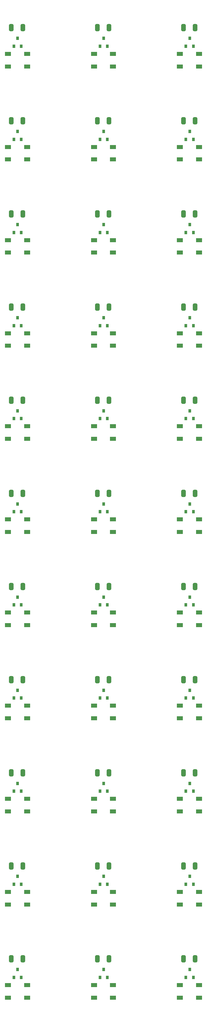
<source format=gbr>
%TF.GenerationSoftware,KiCad,Pcbnew,(6.0.7-1)-1*%
%TF.CreationDate,2023-12-02T14:15:27+01:00*%
%TF.ProjectId,11x3,31317833-2e6b-4696-9361-645f70636258,rev?*%
%TF.SameCoordinates,Original*%
%TF.FileFunction,Paste,Top*%
%TF.FilePolarity,Positive*%
%FSLAX46Y46*%
G04 Gerber Fmt 4.6, Leading zero omitted, Abs format (unit mm)*
G04 Created by KiCad (PCBNEW (6.0.7-1)-1) date 2023-12-02 14:15:27*
%MOMM*%
%LPD*%
G01*
G04 APERTURE LIST*
G04 Aperture macros list*
%AMRoundRect*
0 Rectangle with rounded corners*
0 $1 Rounding radius*
0 $2 $3 $4 $5 $6 $7 $8 $9 X,Y pos of 4 corners*
0 Add a 4 corners polygon primitive as box body*
4,1,4,$2,$3,$4,$5,$6,$7,$8,$9,$2,$3,0*
0 Add four circle primitives for the rounded corners*
1,1,$1+$1,$2,$3*
1,1,$1+$1,$4,$5*
1,1,$1+$1,$6,$7*
1,1,$1+$1,$8,$9*
0 Add four rect primitives between the rounded corners*
20,1,$1+$1,$2,$3,$4,$5,0*
20,1,$1+$1,$4,$5,$6,$7,0*
20,1,$1+$1,$6,$7,$8,$9,0*
20,1,$1+$1,$8,$9,$2,$3,0*%
G04 Aperture macros list end*
%ADD10R,1.500000X1.000000*%
%ADD11R,0.800000X0.900000*%
%ADD12RoundRect,0.250000X0.325000X0.650000X-0.325000X0.650000X-0.325000X-0.650000X0.325000X-0.650000X0*%
%ADD13RoundRect,0.250000X-0.325000X-0.650000X0.325000X-0.650000X0.325000X0.650000X-0.325000X0.650000X0*%
G04 APERTURE END LIST*
D10*
%TO.C,D1*%
X57066201Y-39306401D03*
X57066201Y-42506401D03*
X61966201Y-42506401D03*
X61966201Y-39306401D03*
%TD*%
%TO.C,D2*%
X79066201Y-39306401D03*
X79066201Y-42506401D03*
X83966201Y-42506401D03*
X83966201Y-39306401D03*
%TD*%
%TO.C,D3*%
X101066201Y-39306401D03*
X101066201Y-42506401D03*
X105966201Y-42506401D03*
X105966201Y-39306401D03*
%TD*%
%TO.C,D4*%
X61966201Y-66206401D03*
X61966201Y-63006401D03*
X57066201Y-63006401D03*
X57066201Y-66206401D03*
%TD*%
%TO.C,D5*%
X83966201Y-66206401D03*
X83966201Y-63006401D03*
X79066201Y-63006401D03*
X79066201Y-66206401D03*
%TD*%
%TO.C,D6*%
X105966201Y-66206401D03*
X105966201Y-63006401D03*
X101066201Y-63006401D03*
X101066201Y-66206401D03*
%TD*%
%TO.C,D7*%
X57066201Y-86706401D03*
X57066201Y-89906401D03*
X61966201Y-89906401D03*
X61966201Y-86706401D03*
%TD*%
%TO.C,D8*%
X79066201Y-86706401D03*
X79066201Y-89906401D03*
X83966201Y-89906401D03*
X83966201Y-86706401D03*
%TD*%
%TO.C,D9*%
X101066201Y-86706401D03*
X101066201Y-89906401D03*
X105966201Y-89906401D03*
X105966201Y-86706401D03*
%TD*%
%TO.C,D10*%
X61966201Y-113606401D03*
X61966201Y-110406401D03*
X57066201Y-110406401D03*
X57066201Y-113606401D03*
%TD*%
%TO.C,D11*%
X83966201Y-113606401D03*
X83966201Y-110406401D03*
X79066201Y-110406401D03*
X79066201Y-113606401D03*
%TD*%
%TO.C,D12*%
X105966201Y-113606401D03*
X105966201Y-110406401D03*
X101066201Y-110406401D03*
X101066201Y-113606401D03*
%TD*%
%TO.C,D13*%
X57066201Y-134106401D03*
X57066201Y-137306401D03*
X61966201Y-137306401D03*
X61966201Y-134106401D03*
%TD*%
%TO.C,D14*%
X79066201Y-134106401D03*
X79066201Y-137306401D03*
X83966201Y-137306401D03*
X83966201Y-134106401D03*
%TD*%
%TO.C,D15*%
X101066201Y-134106401D03*
X101066201Y-137306401D03*
X105966201Y-137306401D03*
X105966201Y-134106401D03*
%TD*%
%TO.C,D16*%
X61966201Y-161006401D03*
X61966201Y-157806401D03*
X57066201Y-157806401D03*
X57066201Y-161006401D03*
%TD*%
%TO.C,D17*%
X83966201Y-161006401D03*
X83966201Y-157806401D03*
X79066201Y-157806401D03*
X79066201Y-161006401D03*
%TD*%
%TO.C,D18*%
X105966201Y-161006401D03*
X105966201Y-157806401D03*
X101066201Y-157806401D03*
X101066201Y-161006401D03*
%TD*%
%TO.C,D19*%
X57066201Y-181506401D03*
X57066201Y-184706401D03*
X61966201Y-184706401D03*
X61966201Y-181506401D03*
%TD*%
%TO.C,D20*%
X79066201Y-181506401D03*
X79066201Y-184706401D03*
X83966201Y-184706401D03*
X83966201Y-181506401D03*
%TD*%
%TO.C,D21*%
X101066201Y-181506401D03*
X101066201Y-184706401D03*
X105966201Y-184706401D03*
X105966201Y-181506401D03*
%TD*%
%TO.C,D22*%
X61966201Y-208406401D03*
X61966201Y-205206401D03*
X57066201Y-205206401D03*
X57066201Y-208406401D03*
%TD*%
%TO.C,D23*%
X83966201Y-208406401D03*
X83966201Y-205206401D03*
X79066201Y-205206401D03*
X79066201Y-208406401D03*
%TD*%
%TO.C,D24*%
X105966201Y-208406401D03*
X105966201Y-205206401D03*
X101066201Y-205206401D03*
X101066201Y-208406401D03*
%TD*%
D11*
%TO.C,U1*%
X58590000Y-37360000D03*
X60490000Y-37360000D03*
X59540000Y-35360000D03*
%TD*%
%TO.C,U2*%
X80590000Y-37360000D03*
X82490000Y-37360000D03*
X81540000Y-35360000D03*
%TD*%
%TO.C,U3*%
X102590000Y-37360000D03*
X104490000Y-37360000D03*
X103540000Y-35360000D03*
%TD*%
%TO.C,U4*%
X58590000Y-61060000D03*
X60490000Y-61060000D03*
X59540000Y-59060000D03*
%TD*%
%TO.C,U5*%
X80590000Y-61060000D03*
X82490000Y-61060000D03*
X81540000Y-59060000D03*
%TD*%
%TO.C,U6*%
X102590000Y-61060000D03*
X104490000Y-61060000D03*
X103540000Y-59060000D03*
%TD*%
%TO.C,U7*%
X58590000Y-84760000D03*
X60490000Y-84760000D03*
X59540000Y-82760000D03*
%TD*%
%TO.C,U8*%
X80590000Y-84760000D03*
X82490000Y-84760000D03*
X81540000Y-82760000D03*
%TD*%
%TO.C,U9*%
X102590000Y-84760000D03*
X104490000Y-84760000D03*
X103540000Y-82760000D03*
%TD*%
%TO.C,U10*%
X58590000Y-108460000D03*
X60490000Y-108460000D03*
X59540000Y-106460000D03*
%TD*%
%TO.C,U11*%
X80590000Y-108460000D03*
X82490000Y-108460000D03*
X81540000Y-106460000D03*
%TD*%
%TO.C,U12*%
X102590000Y-108460000D03*
X104490000Y-108460000D03*
X103540000Y-106460000D03*
%TD*%
%TO.C,U13*%
X58590000Y-132160000D03*
X60490000Y-132160000D03*
X59540000Y-130160000D03*
%TD*%
%TO.C,U14*%
X80590000Y-132160000D03*
X82490000Y-132160000D03*
X81540000Y-130160000D03*
%TD*%
%TO.C,U15*%
X102590000Y-132160000D03*
X104490000Y-132160000D03*
X103540000Y-130160000D03*
%TD*%
%TO.C,U16*%
X58590000Y-155860000D03*
X60490000Y-155860000D03*
X59540000Y-153860000D03*
%TD*%
%TO.C,U17*%
X80590000Y-155860000D03*
X82490000Y-155860000D03*
X81540000Y-153860000D03*
%TD*%
%TO.C,U18*%
X102590000Y-155860000D03*
X104490000Y-155860000D03*
X103540000Y-153860000D03*
%TD*%
%TO.C,U19*%
X58590000Y-179560000D03*
X60490000Y-179560000D03*
X59540000Y-177560000D03*
%TD*%
%TO.C,U20*%
X80590000Y-179560000D03*
X82490000Y-179560000D03*
X81540000Y-177560000D03*
%TD*%
%TO.C,U21*%
X102590000Y-179560000D03*
X104490000Y-179560000D03*
X103540000Y-177560000D03*
%TD*%
%TO.C,U22*%
X58590000Y-203260000D03*
X60490000Y-203260000D03*
X59540000Y-201260000D03*
%TD*%
%TO.C,U23*%
X80590000Y-203260000D03*
X82490000Y-203260000D03*
X81540000Y-201260000D03*
%TD*%
%TO.C,U24*%
X102590000Y-203260000D03*
X104490000Y-203260000D03*
X103540000Y-201260000D03*
%TD*%
%TO.C,U29*%
X80590000Y-250660000D03*
X82490000Y-250660000D03*
X81540000Y-248660000D03*
%TD*%
D12*
%TO.C,C1*%
X60891800Y-32660000D03*
X57941800Y-32660000D03*
%TD*%
D13*
%TO.C,C26*%
X79941800Y-222260000D03*
X82891800Y-222260000D03*
%TD*%
D12*
%TO.C,C14*%
X82891800Y-127460000D03*
X79941800Y-127460000D03*
%TD*%
D10*
%TO.C,D27*%
X101066201Y-228906401D03*
X101066201Y-232106401D03*
X105966201Y-232106401D03*
X105966201Y-228906401D03*
%TD*%
%TO.C,D31*%
X57066201Y-276306401D03*
X57066201Y-279506401D03*
X61966201Y-279506401D03*
X61966201Y-276306401D03*
%TD*%
D12*
%TO.C,C8*%
X82891800Y-80060000D03*
X79941800Y-80060000D03*
%TD*%
D10*
%TO.C,D29*%
X83966201Y-255806401D03*
X83966201Y-252606401D03*
X79066201Y-252606401D03*
X79066201Y-255806401D03*
%TD*%
D12*
%TO.C,C9*%
X104891800Y-80060000D03*
X101941800Y-80060000D03*
%TD*%
%TO.C,C19*%
X60891800Y-174860000D03*
X57941800Y-174860000D03*
%TD*%
%TO.C,C7*%
X60891800Y-80060000D03*
X57941800Y-80060000D03*
%TD*%
D13*
%TO.C,C4*%
X57941800Y-56360000D03*
X60891800Y-56360000D03*
%TD*%
D11*
%TO.C,U28*%
X58590000Y-250660000D03*
X60490000Y-250660000D03*
X59540000Y-248660000D03*
%TD*%
%TO.C,U26*%
X80590000Y-226960000D03*
X82490000Y-226960000D03*
X81540000Y-224960000D03*
%TD*%
D13*
%TO.C,C25*%
X57941800Y-222260000D03*
X60891800Y-222260000D03*
%TD*%
D11*
%TO.C,U32*%
X80590000Y-274360000D03*
X82490000Y-274360000D03*
X81540000Y-272360000D03*
%TD*%
D13*
%TO.C,C23*%
X79941800Y-198560000D03*
X82891800Y-198560000D03*
%TD*%
D12*
%TO.C,C13*%
X60891800Y-127460000D03*
X57941800Y-127460000D03*
%TD*%
D10*
%TO.C,D26*%
X79066201Y-228906401D03*
X79066201Y-232106401D03*
X83966201Y-232106401D03*
X83966201Y-228906401D03*
%TD*%
D11*
%TO.C,U30*%
X102590000Y-250660000D03*
X104490000Y-250660000D03*
X103540000Y-248660000D03*
%TD*%
D13*
%TO.C,C30*%
X101941800Y-245960000D03*
X104891800Y-245960000D03*
%TD*%
D12*
%TO.C,C32*%
X82891800Y-269660000D03*
X79941800Y-269660000D03*
%TD*%
D10*
%TO.C,D30*%
X105966201Y-255806401D03*
X105966201Y-252606401D03*
X101066201Y-252606401D03*
X101066201Y-255806401D03*
%TD*%
D13*
%TO.C,C27*%
X101941800Y-222260000D03*
X104891800Y-222260000D03*
%TD*%
%TO.C,C22*%
X57941800Y-198560000D03*
X60891800Y-198560000D03*
%TD*%
D10*
%TO.C,D28*%
X61966201Y-255806401D03*
X61966201Y-252606401D03*
X57066201Y-252606401D03*
X57066201Y-255806401D03*
%TD*%
%TO.C,D25*%
X57066201Y-228906401D03*
X57066201Y-232106401D03*
X61966201Y-232106401D03*
X61966201Y-228906401D03*
%TD*%
D11*
%TO.C,U33*%
X102590000Y-274360000D03*
X104490000Y-274360000D03*
X103540000Y-272360000D03*
%TD*%
D13*
%TO.C,C12*%
X101941800Y-103760000D03*
X104891800Y-103760000D03*
%TD*%
%TO.C,C11*%
X79941800Y-103760000D03*
X82891800Y-103760000D03*
%TD*%
D12*
%TO.C,C33*%
X104891800Y-269660000D03*
X101941800Y-269660000D03*
%TD*%
D11*
%TO.C,U25*%
X58590000Y-226960000D03*
X60490000Y-226960000D03*
X59540000Y-224960000D03*
%TD*%
D13*
%TO.C,C17*%
X79941800Y-151160000D03*
X82891800Y-151160000D03*
%TD*%
D12*
%TO.C,C15*%
X104891800Y-127460000D03*
X101941800Y-127460000D03*
%TD*%
D13*
%TO.C,C10*%
X57941800Y-103760000D03*
X60891800Y-103760000D03*
%TD*%
%TO.C,C5*%
X79941800Y-56360000D03*
X82891800Y-56360000D03*
%TD*%
%TO.C,C24*%
X101941800Y-198560000D03*
X104891800Y-198560000D03*
%TD*%
D12*
%TO.C,C3*%
X104891800Y-32660000D03*
X101941800Y-32660000D03*
%TD*%
D13*
%TO.C,C6*%
X101941800Y-56360000D03*
X104891800Y-56360000D03*
%TD*%
D11*
%TO.C,U27*%
X102590000Y-226960000D03*
X104490000Y-226960000D03*
X103540000Y-224960000D03*
%TD*%
D12*
%TO.C,C2*%
X82891800Y-32660000D03*
X79941800Y-32660000D03*
%TD*%
D13*
%TO.C,C18*%
X101941800Y-151160000D03*
X104891800Y-151160000D03*
%TD*%
D12*
%TO.C,C21*%
X104891800Y-174860000D03*
X101941800Y-174860000D03*
%TD*%
D13*
%TO.C,C29*%
X79941800Y-245960000D03*
X82891800Y-245960000D03*
%TD*%
D10*
%TO.C,D33*%
X101066201Y-276306401D03*
X101066201Y-279506401D03*
X105966201Y-279506401D03*
X105966201Y-276306401D03*
%TD*%
D13*
%TO.C,C28*%
X57941800Y-245960000D03*
X60891800Y-245960000D03*
%TD*%
%TO.C,C16*%
X57941800Y-151160000D03*
X60891800Y-151160000D03*
%TD*%
D12*
%TO.C,C31*%
X60891800Y-269660000D03*
X57941800Y-269660000D03*
%TD*%
D10*
%TO.C,D32*%
X79066201Y-276306401D03*
X79066201Y-279506401D03*
X83966201Y-279506401D03*
X83966201Y-276306401D03*
%TD*%
D12*
%TO.C,C20*%
X82891800Y-174860000D03*
X79941800Y-174860000D03*
%TD*%
D11*
%TO.C,U31*%
X58590000Y-274360000D03*
X60490000Y-274360000D03*
X59540000Y-272360000D03*
%TD*%
M02*

</source>
